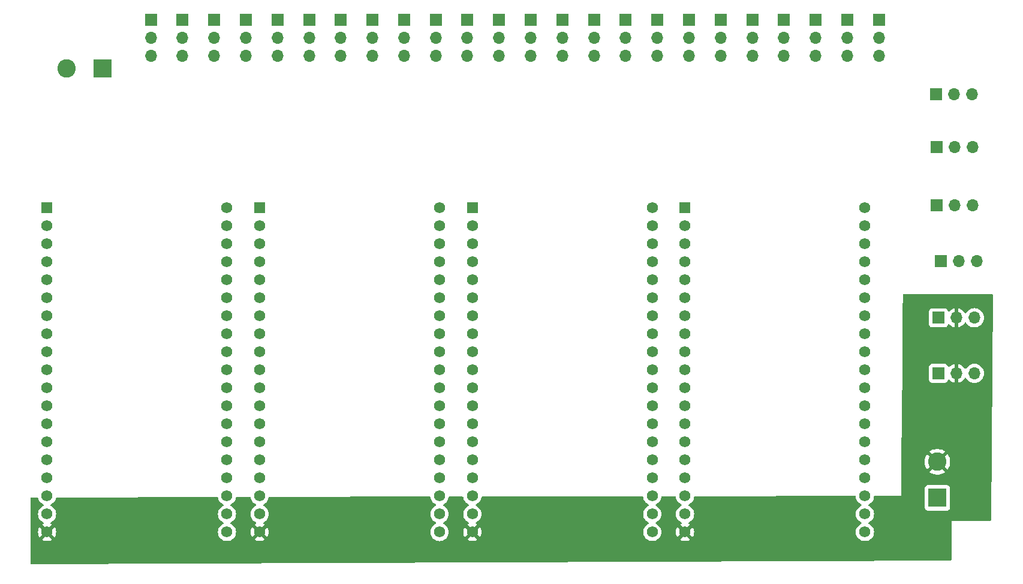
<source format=gbr>
%TF.GenerationSoftware,KiCad,Pcbnew,8.0.2-1*%
%TF.CreationDate,2025-01-01T20:34:54-05:00*%
%TF.ProjectId,C3P0_Controller,43335030-5f43-46f6-9e74-726f6c6c6572,rev?*%
%TF.SameCoordinates,Original*%
%TF.FileFunction,Copper,L1,Top*%
%TF.FilePolarity,Positive*%
%FSLAX46Y46*%
G04 Gerber Fmt 4.6, Leading zero omitted, Abs format (unit mm)*
G04 Created by KiCad (PCBNEW 8.0.2-1) date 2025-01-01 20:34:54*
%MOMM*%
%LPD*%
G01*
G04 APERTURE LIST*
%TA.AperFunction,ComponentPad*%
%ADD10O,1.700000X1.700000*%
%TD*%
%TA.AperFunction,ComponentPad*%
%ADD11R,1.700000X1.700000*%
%TD*%
%TA.AperFunction,ComponentPad*%
%ADD12C,2.600000*%
%TD*%
%TA.AperFunction,ComponentPad*%
%ADD13R,2.600000X2.600000*%
%TD*%
%TA.AperFunction,ComponentPad*%
%ADD14R,1.560000X1.560000*%
%TD*%
%TA.AperFunction,ComponentPad*%
%ADD15C,1.560000*%
%TD*%
G04 APERTURE END LIST*
D10*
%TO.P,J26,3,Pin_3*%
%TO.N,MISC_2*%
X214826000Y-106944000D03*
%TO.P,J26,2,Pin_2*%
%TO.N,5V*%
X212286000Y-106944000D03*
D11*
%TO.P,J26,1,Pin_1*%
%TO.N,GND*%
X209746000Y-106944000D03*
%TD*%
%TO.P,J25,1,Pin_1*%
%TO.N,GND*%
X209736000Y-99118000D03*
D10*
%TO.P,J25,2,Pin_2*%
%TO.N,5V*%
X212276000Y-99118000D03*
%TO.P,J25,3,Pin_3*%
%TO.N,MISC_1*%
X214816000Y-99118000D03*
%TD*%
D11*
%TO.P,J24,1,Pin_1*%
%TO.N,GND*%
X147708396Y-57099000D03*
D10*
%TO.P,J24,2,Pin_2*%
%TO.N,SVR_PWR*%
X147708396Y-59639000D03*
%TO.P,J24,3,Pin_3*%
%TO.N,SPR_2*%
X147708396Y-62179000D03*
%TD*%
%TO.P,J23,3,Pin_3*%
%TO.N,SPR_1*%
X143239215Y-62179000D03*
%TO.P,J23,2,Pin_2*%
%TO.N,SVR_PWR*%
X143239215Y-59639000D03*
D11*
%TO.P,J23,1,Pin_1*%
%TO.N,GND*%
X143239215Y-57099000D03*
%TD*%
D12*
%TO.P,J51,2,Pin_2*%
%TO.N,5V*%
X209591000Y-119425000D03*
D13*
%TO.P,J51,1,Pin_1*%
%TO.N,GND*%
X209591000Y-124505000D03*
%TD*%
%TO.P,J50,1,Pin_1*%
%TO.N,GND*%
X91711000Y-63901000D03*
D12*
%TO.P,J50,2,Pin_2*%
%TO.N,SVR_PWR*%
X86631000Y-63901000D03*
%TD*%
D11*
%TO.P,J33,1,Pin_1*%
%TO.N,GND*%
X209486000Y-83210000D03*
D10*
%TO.P,J33,2,Pin_2*%
%TO.N,T_RX*%
X212026000Y-83210000D03*
%TO.P,J33,3,Pin_3*%
%TO.N,T_TX*%
X214566000Y-83210000D03*
%TD*%
D11*
%TO.P,J32,1,Pin_1*%
%TO.N,GND*%
X209425834Y-67563500D03*
D10*
%TO.P,J32,2,Pin_2*%
%TO.N,RA_RX*%
X211965834Y-67563500D03*
%TO.P,J32,3,Pin_3*%
%TO.N,RA_TX*%
X214505834Y-67563500D03*
%TD*%
D11*
%TO.P,J31,1,Pin_1*%
%TO.N,GND*%
X210088668Y-91122000D03*
D10*
%TO.P,J31,2,Pin_2*%
%TO.N,LA_RX*%
X212628668Y-91122000D03*
%TO.P,J31,3,Pin_3*%
%TO.N,LA_TX*%
X215168668Y-91122000D03*
%TD*%
D11*
%TO.P,J30,1,Pin_1*%
%TO.N,GND*%
X209486000Y-75062000D03*
D10*
%TO.P,J30,2,Pin_2*%
%TO.N,H_RX*%
X212026000Y-75062000D03*
%TO.P,J30,3,Pin_3*%
%TO.N,H_TX*%
X214566000Y-75062000D03*
%TD*%
%TO.P,J2,3,Pin_3*%
%TO.N,SRV_2*%
X129831672Y-62179000D03*
%TO.P,J2,2,Pin_2*%
%TO.N,SVR_PWR*%
X129831672Y-59639000D03*
D11*
%TO.P,J2,1,Pin_1*%
%TO.N,GND*%
X129831672Y-57099000D03*
%TD*%
D10*
%TO.P,J1,3,Pin_3*%
%TO.N,SRV_1*%
X125362491Y-62179000D03*
%TO.P,J1,2,Pin_2*%
%TO.N,SVR_PWR*%
X125362491Y-59639000D03*
D11*
%TO.P,J1,1,Pin_1*%
%TO.N,GND*%
X125362491Y-57099000D03*
%TD*%
D10*
%TO.P,J22,3,Pin_3*%
%TO.N,SRV_22*%
X174523482Y-62179000D03*
%TO.P,J22,2,Pin_2*%
%TO.N,SVR_PWR*%
X174523482Y-59639000D03*
D11*
%TO.P,J22,1,Pin_1*%
%TO.N,GND*%
X174523482Y-57099000D03*
%TD*%
D10*
%TO.P,J21,3,Pin_3*%
%TO.N,SRV_21*%
X170054301Y-62179000D03*
%TO.P,J21,2,Pin_2*%
%TO.N,SVR_PWR*%
X170054301Y-59639000D03*
D11*
%TO.P,J21,1,Pin_1*%
%TO.N,GND*%
X170054301Y-57099000D03*
%TD*%
D10*
%TO.P,J20,3,Pin_3*%
%TO.N,SRV_20*%
X165585120Y-62179000D03*
%TO.P,J20,2,Pin_2*%
%TO.N,SVR_PWR*%
X165585120Y-59639000D03*
D11*
%TO.P,J20,1,Pin_1*%
%TO.N,GND*%
X165585120Y-57099000D03*
%TD*%
D10*
%TO.P,J19,3,Pin_3*%
%TO.N,SRV_19*%
X161115939Y-62179000D03*
%TO.P,J19,2,Pin_2*%
%TO.N,SVR_PWR*%
X161115939Y-59639000D03*
D11*
%TO.P,J19,1,Pin_1*%
%TO.N,GND*%
X161115939Y-57099000D03*
%TD*%
D10*
%TO.P,J18,3,Pin_3*%
%TO.N,SRV_18*%
X156646758Y-62179000D03*
%TO.P,J18,2,Pin_2*%
%TO.N,SVR_PWR*%
X156646758Y-59639000D03*
D11*
%TO.P,J18,1,Pin_1*%
%TO.N,GND*%
X156646758Y-57099000D03*
%TD*%
D10*
%TO.P,J17,3,Pin_3*%
%TO.N,SRV_17*%
X152177577Y-62179000D03*
%TO.P,J17,2,Pin_2*%
%TO.N,SVR_PWR*%
X152177577Y-59639000D03*
D11*
%TO.P,J17,1,Pin_1*%
%TO.N,GND*%
X152177577Y-57099000D03*
%TD*%
D10*
%TO.P,J16,3,Pin_3*%
%TO.N,SRV_16*%
X120893310Y-62179000D03*
%TO.P,J16,2,Pin_2*%
%TO.N,SVR_PWR*%
X120893310Y-59639000D03*
D11*
%TO.P,J16,1,Pin_1*%
%TO.N,GND*%
X120893310Y-57099000D03*
%TD*%
D10*
%TO.P,J15,3,Pin_3*%
%TO.N,SRV_15*%
X116424129Y-62179000D03*
%TO.P,J15,2,Pin_2*%
%TO.N,SVR_PWR*%
X116424129Y-59639000D03*
D11*
%TO.P,J15,1,Pin_1*%
%TO.N,GND*%
X116424129Y-57099000D03*
%TD*%
D10*
%TO.P,J14,3,Pin_3*%
%TO.N,SRV_14*%
X111954948Y-62179000D03*
%TO.P,J14,2,Pin_2*%
%TO.N,SVR_PWR*%
X111954948Y-59639000D03*
D11*
%TO.P,J14,1,Pin_1*%
%TO.N,GND*%
X111954948Y-57099000D03*
%TD*%
D10*
%TO.P,J13,3,Pin_3*%
%TO.N,SRV_13*%
X107485767Y-62179000D03*
%TO.P,J13,2,Pin_2*%
%TO.N,SVR_PWR*%
X107485767Y-59639000D03*
D11*
%TO.P,J13,1,Pin_1*%
%TO.N,GND*%
X107485767Y-57099000D03*
%TD*%
D10*
%TO.P,J12,3,Pin_3*%
%TO.N,SRV_12*%
X103016586Y-62179000D03*
%TO.P,J12,2,Pin_2*%
%TO.N,SVR_PWR*%
X103016586Y-59639000D03*
D11*
%TO.P,J12,1,Pin_1*%
%TO.N,GND*%
X103016586Y-57099000D03*
%TD*%
D10*
%TO.P,J11,3,Pin_3*%
%TO.N,SRV_11*%
X98547405Y-62179000D03*
%TO.P,J11,2,Pin_2*%
%TO.N,SVR_PWR*%
X98547405Y-59639000D03*
D11*
%TO.P,J11,1,Pin_1*%
%TO.N,GND*%
X98547405Y-57099000D03*
%TD*%
D10*
%TO.P,J10,3,Pin_3*%
%TO.N,SRV_10*%
X201338569Y-62179000D03*
%TO.P,J10,2,Pin_2*%
%TO.N,SVR_PWR*%
X201338569Y-59639000D03*
D11*
%TO.P,J10,1,Pin_1*%
%TO.N,GND*%
X201338569Y-57099000D03*
%TD*%
D10*
%TO.P,J9,3,Pin_3*%
%TO.N,SRV_9*%
X196869387Y-62179000D03*
%TO.P,J9,2,Pin_2*%
%TO.N,SVR_PWR*%
X196869387Y-59639000D03*
D11*
%TO.P,J9,1,Pin_1*%
%TO.N,GND*%
X196869387Y-57099000D03*
%TD*%
D10*
%TO.P,J8,3,Pin_3*%
%TO.N,SRV_8*%
X192400206Y-62179000D03*
%TO.P,J8,2,Pin_2*%
%TO.N,SVR_PWR*%
X192400206Y-59639000D03*
D11*
%TO.P,J8,1,Pin_1*%
%TO.N,GND*%
X192400206Y-57099000D03*
%TD*%
D10*
%TO.P,J7,3,Pin_3*%
%TO.N,SRV_7*%
X187931025Y-62179000D03*
%TO.P,J7,2,Pin_2*%
%TO.N,SVR_PWR*%
X187931025Y-59639000D03*
D11*
%TO.P,J7,1,Pin_1*%
%TO.N,GND*%
X187931025Y-57099000D03*
%TD*%
D10*
%TO.P,J6,3,Pin_3*%
%TO.N,SRV_6*%
X183461844Y-62179000D03*
%TO.P,J6,2,Pin_2*%
%TO.N,SVR_PWR*%
X183461844Y-59639000D03*
D11*
%TO.P,J6,1,Pin_1*%
%TO.N,GND*%
X183461844Y-57099000D03*
%TD*%
D10*
%TO.P,J5,3,Pin_3*%
%TO.N,SRV_5*%
X178992663Y-62179000D03*
%TO.P,J5,2,Pin_2*%
%TO.N,SVR_PWR*%
X178992663Y-59639000D03*
D11*
%TO.P,J5,1,Pin_1*%
%TO.N,GND*%
X178992663Y-57099000D03*
%TD*%
D10*
%TO.P,J4,3,Pin_3*%
%TO.N,SRV_4*%
X138770034Y-62179000D03*
%TO.P,J4,2,Pin_2*%
%TO.N,SVR_PWR*%
X138770034Y-59639000D03*
D11*
%TO.P,J4,1,Pin_1*%
%TO.N,GND*%
X138770034Y-57099000D03*
%TD*%
D14*
%TO.P,U4,J2-1,3V3*%
%TO.N,unconnected-(U4-3V3-PadJ2-1)*%
X173963000Y-83611000D03*
D15*
%TO.P,U4,J2-2,EN*%
%TO.N,unconnected-(U4-EN-PadJ2-2)*%
X173963000Y-86151000D03*
%TO.P,U4,J2-3,SENSOR_VP*%
%TO.N,unconnected-(U4-SENSOR_VP-PadJ2-3)*%
X173963000Y-88691000D03*
%TO.P,U4,J2-4,SENSOR_VN*%
%TO.N,unconnected-(U4-SENSOR_VN-PadJ2-4)*%
X173963000Y-91231000D03*
%TO.P,U4,J2-5,IO34*%
%TO.N,unconnected-(U4-IO34-PadJ2-5)*%
X173963000Y-93771000D03*
%TO.P,U4,J2-6,IO35*%
%TO.N,unconnected-(U4-IO35-PadJ2-6)*%
X173963000Y-96311000D03*
%TO.P,U4,J2-7,IO32*%
%TO.N,unconnected-(U4-IO32-PadJ2-7)*%
X173963000Y-98851000D03*
%TO.P,U4,J2-8,IO33*%
%TO.N,unconnected-(U4-IO33-PadJ2-8)*%
X173963000Y-101391000D03*
%TO.P,U4,J2-9,IO25*%
%TO.N,unconnected-(U4-IO25-PadJ2-9)*%
X173963000Y-103931000D03*
%TO.P,U4,J2-10,IO26*%
%TO.N,unconnected-(U4-IO26-PadJ2-10)*%
X173963000Y-106471000D03*
%TO.P,U4,J2-11,IO27*%
%TO.N,unconnected-(U4-IO27-PadJ2-11)*%
X173963000Y-109011000D03*
%TO.P,U4,J2-12,IO14*%
%TO.N,unconnected-(U4-IO14-PadJ2-12)*%
X173963000Y-111551000D03*
%TO.P,U4,J2-13,IO12*%
%TO.N,unconnected-(U4-IO12-PadJ2-13)*%
X173963000Y-114091000D03*
%TO.P,U4,J2-14,GND1*%
%TO.N,unconnected-(U4-GND1-PadJ2-14)*%
X173963000Y-116631000D03*
%TO.P,U4,J2-15,IO13*%
%TO.N,unconnected-(U4-IO13-PadJ2-15)*%
X173963000Y-119171000D03*
%TO.P,U4,J2-16,SD2*%
%TO.N,unconnected-(U4-SD2-PadJ2-16)*%
X173963000Y-121711000D03*
%TO.P,U4,J2-17,SD3*%
%TO.N,unconnected-(U4-SD3-PadJ2-17)*%
X173963000Y-124251000D03*
%TO.P,U4,J2-18,CMD*%
%TO.N,unconnected-(U4-CMD-PadJ2-18)*%
X173963000Y-126791000D03*
%TO.P,U4,J2-19,EXT_5V*%
%TO.N,5V*%
X173963000Y-129331000D03*
%TO.P,U4,J3-1,GND3*%
%TO.N,GND*%
X199363000Y-83611000D03*
%TO.P,U4,J3-2,IO23*%
%TO.N,unconnected-(U4-IO23-PadJ3-2)*%
X199363000Y-86151000D03*
%TO.P,U4,J3-3,IO22*%
%TO.N,SRV_10*%
X199363000Y-88691000D03*
%TO.P,U4,J3-4,TXD0*%
%TO.N,LA_TX*%
X199363000Y-91231000D03*
%TO.P,U4,J3-5,RXD0*%
%TO.N,LA_RX*%
X199363000Y-93771000D03*
%TO.P,U4,J3-6,IO21*%
%TO.N,SRV_9*%
X199363000Y-96311000D03*
%TO.P,U4,J3-7,GND2*%
%TO.N,unconnected-(U4-GND2-PadJ3-7)*%
X199363000Y-98851000D03*
%TO.P,U4,J3-8,IO19*%
%TO.N,SRV_8*%
X199363000Y-101391000D03*
%TO.P,U4,J3-9,IO18*%
%TO.N,SRV_7*%
X199363000Y-103931000D03*
%TO.P,U4,J3-10,IO5*%
%TO.N,unconnected-(U4-IO5-PadJ3-10)*%
X199363000Y-106471000D03*
%TO.P,U4,J3-11,IO17*%
%TO.N,SRV_6*%
X199363000Y-109011000D03*
%TO.P,U4,J3-12,IO16*%
%TO.N,SRV_5*%
X199363000Y-111551000D03*
%TO.P,U4,J3-13,IO4*%
%TO.N,unconnected-(U4-IO4-PadJ3-13)*%
X199363000Y-114091000D03*
%TO.P,U4,J3-14,IO0*%
%TO.N,unconnected-(U4-IO0-PadJ3-14)*%
X199363000Y-116631000D03*
%TO.P,U4,J3-15,IO2*%
%TO.N,unconnected-(U4-IO2-PadJ3-15)*%
X199363000Y-119171000D03*
%TO.P,U4,J3-16,IO15*%
%TO.N,unconnected-(U4-IO15-PadJ3-16)*%
X199363000Y-121711000D03*
%TO.P,U4,J3-17,SD1*%
%TO.N,unconnected-(U4-SD1-PadJ3-17)*%
X199363000Y-124251000D03*
%TO.P,U4,J3-18,SD0*%
%TO.N,unconnected-(U4-SD0-PadJ3-18)*%
X199363000Y-126791000D03*
%TO.P,U4,J3-19,CLK*%
%TO.N,unconnected-(U4-CLK-PadJ3-19)*%
X199363000Y-129331000D03*
%TD*%
D14*
%TO.P,U3,J2-1,3V3*%
%TO.N,unconnected-(U3-3V3-PadJ2-1)*%
X143938000Y-83611000D03*
D15*
%TO.P,U3,J2-2,EN*%
%TO.N,unconnected-(U3-EN-PadJ2-2)*%
X143938000Y-86151000D03*
%TO.P,U3,J2-3,SENSOR_VP*%
%TO.N,unconnected-(U3-SENSOR_VP-PadJ2-3)*%
X143938000Y-88691000D03*
%TO.P,U3,J2-4,SENSOR_VN*%
%TO.N,unconnected-(U3-SENSOR_VN-PadJ2-4)*%
X143938000Y-91231000D03*
%TO.P,U3,J2-5,IO34*%
%TO.N,unconnected-(U3-IO34-PadJ2-5)*%
X143938000Y-93771000D03*
%TO.P,U3,J2-6,IO35*%
%TO.N,unconnected-(U3-IO35-PadJ2-6)*%
X143938000Y-96311000D03*
%TO.P,U3,J2-7,IO32*%
%TO.N,unconnected-(U3-IO32-PadJ2-7)*%
X143938000Y-98851000D03*
%TO.P,U3,J2-8,IO33*%
%TO.N,unconnected-(U3-IO33-PadJ2-8)*%
X143938000Y-101391000D03*
%TO.P,U3,J2-9,IO25*%
%TO.N,unconnected-(U3-IO25-PadJ2-9)*%
X143938000Y-103931000D03*
%TO.P,U3,J2-10,IO26*%
%TO.N,unconnected-(U3-IO26-PadJ2-10)*%
X143938000Y-106471000D03*
%TO.P,U3,J2-11,IO27*%
%TO.N,unconnected-(U3-IO27-PadJ2-11)*%
X143938000Y-109011000D03*
%TO.P,U3,J2-12,IO14*%
%TO.N,unconnected-(U3-IO14-PadJ2-12)*%
X143938000Y-111551000D03*
%TO.P,U3,J2-13,IO12*%
%TO.N,unconnected-(U3-IO12-PadJ2-13)*%
X143938000Y-114091000D03*
%TO.P,U3,J2-14,GND1*%
%TO.N,unconnected-(U3-GND1-PadJ2-14)*%
X143938000Y-116631000D03*
%TO.P,U3,J2-15,IO13*%
%TO.N,unconnected-(U3-IO13-PadJ2-15)*%
X143938000Y-119171000D03*
%TO.P,U3,J2-16,SD2*%
%TO.N,unconnected-(U3-SD2-PadJ2-16)*%
X143938000Y-121711000D03*
%TO.P,U3,J2-17,SD3*%
%TO.N,unconnected-(U3-SD3-PadJ2-17)*%
X143938000Y-124251000D03*
%TO.P,U3,J2-18,CMD*%
%TO.N,unconnected-(U3-CMD-PadJ2-18)*%
X143938000Y-126791000D03*
%TO.P,U3,J2-19,EXT_5V*%
%TO.N,5V*%
X143938000Y-129331000D03*
%TO.P,U3,J3-1,GND3*%
%TO.N,GND*%
X169338000Y-83611000D03*
%TO.P,U3,J3-2,IO23*%
%TO.N,unconnected-(U3-IO23-PadJ3-2)*%
X169338000Y-86151000D03*
%TO.P,U3,J3-3,IO22*%
%TO.N,SRV_22*%
X169338000Y-88691000D03*
%TO.P,U3,J3-4,TXD0*%
%TO.N,T_TX*%
X169338000Y-91231000D03*
%TO.P,U3,J3-5,RXD0*%
%TO.N,T_RX*%
X169338000Y-93771000D03*
%TO.P,U3,J3-6,IO21*%
%TO.N,SRV_21*%
X169338000Y-96311000D03*
%TO.P,U3,J3-7,GND2*%
%TO.N,unconnected-(U3-GND2-PadJ3-7)*%
X169338000Y-98851000D03*
%TO.P,U3,J3-8,IO19*%
%TO.N,SRV_20*%
X169338000Y-101391000D03*
%TO.P,U3,J3-9,IO18*%
%TO.N,SRV_19*%
X169338000Y-103931000D03*
%TO.P,U3,J3-10,IO5*%
%TO.N,unconnected-(U3-IO5-PadJ3-10)*%
X169338000Y-106471000D03*
%TO.P,U3,J3-11,IO17*%
%TO.N,SRV_18*%
X169338000Y-109011000D03*
%TO.P,U3,J3-12,IO16*%
%TO.N,SRV_17*%
X169338000Y-111551000D03*
%TO.P,U3,J3-13,IO4*%
%TO.N,unconnected-(U3-IO4-PadJ3-13)*%
X169338000Y-114091000D03*
%TO.P,U3,J3-14,IO0*%
%TO.N,unconnected-(U3-IO0-PadJ3-14)*%
X169338000Y-116631000D03*
%TO.P,U3,J3-15,IO2*%
%TO.N,unconnected-(U3-IO2-PadJ3-15)*%
X169338000Y-119171000D03*
%TO.P,U3,J3-16,IO15*%
%TO.N,unconnected-(U3-IO15-PadJ3-16)*%
X169338000Y-121711000D03*
%TO.P,U3,J3-17,SD1*%
%TO.N,unconnected-(U3-SD1-PadJ3-17)*%
X169338000Y-124251000D03*
%TO.P,U3,J3-18,SD0*%
%TO.N,unconnected-(U3-SD0-PadJ3-18)*%
X169338000Y-126791000D03*
%TO.P,U3,J3-19,CLK*%
%TO.N,unconnected-(U3-CLK-PadJ3-19)*%
X169338000Y-129331000D03*
%TD*%
D14*
%TO.P,U2,J2-1,3V3*%
%TO.N,unconnected-(U2-3V3-PadJ2-1)*%
X113913000Y-83611000D03*
D15*
%TO.P,U2,J2-2,EN*%
%TO.N,unconnected-(U2-EN-PadJ2-2)*%
X113913000Y-86151000D03*
%TO.P,U2,J2-3,SENSOR_VP*%
%TO.N,unconnected-(U2-SENSOR_VP-PadJ2-3)*%
X113913000Y-88691000D03*
%TO.P,U2,J2-4,SENSOR_VN*%
%TO.N,unconnected-(U2-SENSOR_VN-PadJ2-4)*%
X113913000Y-91231000D03*
%TO.P,U2,J2-5,IO34*%
%TO.N,unconnected-(U2-IO34-PadJ2-5)*%
X113913000Y-93771000D03*
%TO.P,U2,J2-6,IO35*%
%TO.N,unconnected-(U2-IO35-PadJ2-6)*%
X113913000Y-96311000D03*
%TO.P,U2,J2-7,IO32*%
%TO.N,unconnected-(U2-IO32-PadJ2-7)*%
X113913000Y-98851000D03*
%TO.P,U2,J2-8,IO33*%
%TO.N,unconnected-(U2-IO33-PadJ2-8)*%
X113913000Y-101391000D03*
%TO.P,U2,J2-9,IO25*%
%TO.N,unconnected-(U2-IO25-PadJ2-9)*%
X113913000Y-103931000D03*
%TO.P,U2,J2-10,IO26*%
%TO.N,MISC_1*%
X113913000Y-106471000D03*
%TO.P,U2,J2-11,IO27*%
%TO.N,MISC_2*%
X113913000Y-109011000D03*
%TO.P,U2,J2-12,IO14*%
%TO.N,unconnected-(U2-IO14-PadJ2-12)*%
X113913000Y-111551000D03*
%TO.P,U2,J2-13,IO12*%
%TO.N,unconnected-(U2-IO12-PadJ2-13)*%
X113913000Y-114091000D03*
%TO.P,U2,J2-14,GND1*%
%TO.N,unconnected-(U2-GND1-PadJ2-14)*%
X113913000Y-116631000D03*
%TO.P,U2,J2-15,IO13*%
%TO.N,unconnected-(U2-IO13-PadJ2-15)*%
X113913000Y-119171000D03*
%TO.P,U2,J2-16,SD2*%
%TO.N,unconnected-(U2-SD2-PadJ2-16)*%
X113913000Y-121711000D03*
%TO.P,U2,J2-17,SD3*%
%TO.N,unconnected-(U2-SD3-PadJ2-17)*%
X113913000Y-124251000D03*
%TO.P,U2,J2-18,CMD*%
%TO.N,unconnected-(U2-CMD-PadJ2-18)*%
X113913000Y-126791000D03*
%TO.P,U2,J2-19,EXT_5V*%
%TO.N,5V*%
X113913000Y-129331000D03*
%TO.P,U2,J3-1,GND3*%
%TO.N,GND*%
X139313000Y-83611000D03*
%TO.P,U2,J3-2,IO23*%
%TO.N,unconnected-(U2-IO23-PadJ3-2)*%
X139313000Y-86151000D03*
%TO.P,U2,J3-3,IO22*%
%TO.N,SPR_2*%
X139313000Y-88691000D03*
%TO.P,U2,J3-4,TXD0*%
%TO.N,H_TX*%
X139313000Y-91231000D03*
%TO.P,U2,J3-5,RXD0*%
%TO.N,H_RX*%
X139313000Y-93771000D03*
%TO.P,U2,J3-6,IO21*%
%TO.N,SPR_1*%
X139313000Y-96311000D03*
%TO.P,U2,J3-7,GND2*%
%TO.N,unconnected-(U2-GND2-PadJ3-7)*%
X139313000Y-98851000D03*
%TO.P,U2,J3-8,IO19*%
%TO.N,SRV_4*%
X139313000Y-101391000D03*
%TO.P,U2,J3-9,IO18*%
%TO.N,SRV_3*%
X139313000Y-103931000D03*
%TO.P,U2,J3-10,IO5*%
%TO.N,unconnected-(U2-IO5-PadJ3-10)*%
X139313000Y-106471000D03*
%TO.P,U2,J3-11,IO17*%
%TO.N,SRV_2*%
X139313000Y-109011000D03*
%TO.P,U2,J3-12,IO16*%
%TO.N,SRV_1*%
X139313000Y-111551000D03*
%TO.P,U2,J3-13,IO4*%
%TO.N,unconnected-(U2-IO4-PadJ3-13)*%
X139313000Y-114091000D03*
%TO.P,U2,J3-14,IO0*%
%TO.N,unconnected-(U2-IO0-PadJ3-14)*%
X139313000Y-116631000D03*
%TO.P,U2,J3-15,IO2*%
%TO.N,unconnected-(U2-IO2-PadJ3-15)*%
X139313000Y-119171000D03*
%TO.P,U2,J3-16,IO15*%
%TO.N,unconnected-(U2-IO15-PadJ3-16)*%
X139313000Y-121711000D03*
%TO.P,U2,J3-17,SD1*%
%TO.N,unconnected-(U2-SD1-PadJ3-17)*%
X139313000Y-124251000D03*
%TO.P,U2,J3-18,SD0*%
%TO.N,unconnected-(U2-SD0-PadJ3-18)*%
X139313000Y-126791000D03*
%TO.P,U2,J3-19,CLK*%
%TO.N,unconnected-(U2-CLK-PadJ3-19)*%
X139313000Y-129331000D03*
%TD*%
D14*
%TO.P,U1,J2-1,3V3*%
%TO.N,unconnected-(U1-3V3-PadJ2-1)*%
X83888000Y-83611000D03*
D15*
%TO.P,U1,J2-2,EN*%
%TO.N,unconnected-(U1-EN-PadJ2-2)*%
X83888000Y-86151000D03*
%TO.P,U1,J2-3,SENSOR_VP*%
%TO.N,unconnected-(U1-SENSOR_VP-PadJ2-3)*%
X83888000Y-88691000D03*
%TO.P,U1,J2-4,SENSOR_VN*%
%TO.N,unconnected-(U1-SENSOR_VN-PadJ2-4)*%
X83888000Y-91231000D03*
%TO.P,U1,J2-5,IO34*%
%TO.N,unconnected-(U1-IO34-PadJ2-5)*%
X83888000Y-93771000D03*
%TO.P,U1,J2-6,IO35*%
%TO.N,unconnected-(U1-IO35-PadJ2-6)*%
X83888000Y-96311000D03*
%TO.P,U1,J2-7,IO32*%
%TO.N,unconnected-(U1-IO32-PadJ2-7)*%
X83888000Y-98851000D03*
%TO.P,U1,J2-8,IO33*%
%TO.N,unconnected-(U1-IO33-PadJ2-8)*%
X83888000Y-101391000D03*
%TO.P,U1,J2-9,IO25*%
%TO.N,unconnected-(U1-IO25-PadJ2-9)*%
X83888000Y-103931000D03*
%TO.P,U1,J2-10,IO26*%
%TO.N,unconnected-(U1-IO26-PadJ2-10)*%
X83888000Y-106471000D03*
%TO.P,U1,J2-11,IO27*%
%TO.N,unconnected-(U1-IO27-PadJ2-11)*%
X83888000Y-109011000D03*
%TO.P,U1,J2-12,IO14*%
%TO.N,unconnected-(U1-IO14-PadJ2-12)*%
X83888000Y-111551000D03*
%TO.P,U1,J2-13,IO12*%
%TO.N,unconnected-(U1-IO12-PadJ2-13)*%
X83888000Y-114091000D03*
%TO.P,U1,J2-14,GND1*%
%TO.N,unconnected-(U1-GND1-PadJ2-14)*%
X83888000Y-116631000D03*
%TO.P,U1,J2-15,IO13*%
%TO.N,unconnected-(U1-IO13-PadJ2-15)*%
X83888000Y-119171000D03*
%TO.P,U1,J2-16,SD2*%
%TO.N,unconnected-(U1-SD2-PadJ2-16)*%
X83888000Y-121711000D03*
%TO.P,U1,J2-17,SD3*%
%TO.N,unconnected-(U1-SD3-PadJ2-17)*%
X83888000Y-124251000D03*
%TO.P,U1,J2-18,CMD*%
%TO.N,unconnected-(U1-CMD-PadJ2-18)*%
X83888000Y-126791000D03*
%TO.P,U1,J2-19,EXT_5V*%
%TO.N,5V*%
X83888000Y-129331000D03*
%TO.P,U1,J3-1,GND3*%
%TO.N,GND*%
X109288000Y-83611000D03*
%TO.P,U1,J3-2,IO23*%
%TO.N,unconnected-(U1-IO23-PadJ3-2)*%
X109288000Y-86151000D03*
%TO.P,U1,J3-3,IO22*%
%TO.N,SRV_16*%
X109288000Y-88691000D03*
%TO.P,U1,J3-4,TXD0*%
%TO.N,RA_TX*%
X109288000Y-91231000D03*
%TO.P,U1,J3-5,RXD0*%
%TO.N,RA_RX*%
X109288000Y-93771000D03*
%TO.P,U1,J3-6,IO21*%
%TO.N,SRV_15*%
X109288000Y-96311000D03*
%TO.P,U1,J3-7,GND2*%
%TO.N,unconnected-(U1-GND2-PadJ3-7)*%
X109288000Y-98851000D03*
%TO.P,U1,J3-8,IO19*%
%TO.N,SRV_14*%
X109288000Y-101391000D03*
%TO.P,U1,J3-9,IO18*%
%TO.N,SRV_13*%
X109288000Y-103931000D03*
%TO.P,U1,J3-10,IO5*%
%TO.N,unconnected-(U1-IO5-PadJ3-10)*%
X109288000Y-106471000D03*
%TO.P,U1,J3-11,IO17*%
%TO.N,SRV_12*%
X109288000Y-109011000D03*
%TO.P,U1,J3-12,IO16*%
%TO.N,SRV_11*%
X109288000Y-111551000D03*
%TO.P,U1,J3-13,IO4*%
%TO.N,unconnected-(U1-IO4-PadJ3-13)*%
X109288000Y-114091000D03*
%TO.P,U1,J3-14,IO0*%
%TO.N,unconnected-(U1-IO0-PadJ3-14)*%
X109288000Y-116631000D03*
%TO.P,U1,J3-15,IO2*%
%TO.N,unconnected-(U1-IO2-PadJ3-15)*%
X109288000Y-119171000D03*
%TO.P,U1,J3-16,IO15*%
%TO.N,unconnected-(U1-IO15-PadJ3-16)*%
X109288000Y-121711000D03*
%TO.P,U1,J3-17,SD1*%
%TO.N,unconnected-(U1-SD1-PadJ3-17)*%
X109288000Y-124251000D03*
%TO.P,U1,J3-18,SD0*%
%TO.N,unconnected-(U1-SD0-PadJ3-18)*%
X109288000Y-126791000D03*
%TO.P,U1,J3-19,CLK*%
%TO.N,unconnected-(U1-CLK-PadJ3-19)*%
X109288000Y-129331000D03*
%TD*%
D10*
%TO.P,J3,3,Pin_3*%
%TO.N,SRV_3*%
X134300853Y-62179000D03*
%TO.P,J3,2,Pin_2*%
%TO.N,SVR_PWR*%
X134300853Y-59639000D03*
D11*
%TO.P,J3,1,Pin_1*%
%TO.N,GND*%
X134300853Y-57099000D03*
%TD*%
%TA.AperFunction,Conductor*%
%TO.N,5V*%
G36*
X217366051Y-95777685D02*
G01*
X217411806Y-95830489D01*
X217423008Y-95882984D01*
X217170976Y-127638984D01*
X217150760Y-127705865D01*
X217097595Y-127751200D01*
X217046980Y-127762000D01*
X211582000Y-127762000D01*
X211582000Y-133226483D01*
X211562315Y-133293522D01*
X211509511Y-133339277D01*
X211458484Y-133350482D01*
X81658484Y-133857513D01*
X81591369Y-133838091D01*
X81545408Y-133785466D01*
X81534000Y-133733514D01*
X81534000Y-124583744D01*
X81553685Y-124516705D01*
X81606489Y-124470950D01*
X81657742Y-124459744D01*
X82522381Y-124457957D01*
X82589458Y-124477503D01*
X82635322Y-124530213D01*
X82642409Y-124549863D01*
X82680126Y-124690624D01*
X82680127Y-124690626D01*
X82680128Y-124690630D01*
X82774819Y-124893696D01*
X82774821Y-124893700D01*
X82903329Y-125077228D01*
X82903334Y-125077234D01*
X83061765Y-125235665D01*
X83061771Y-125235670D01*
X83245299Y-125364178D01*
X83245301Y-125364179D01*
X83245304Y-125364181D01*
X83340600Y-125408618D01*
X83393039Y-125454790D01*
X83412191Y-125521984D01*
X83391975Y-125588865D01*
X83340600Y-125633382D01*
X83245306Y-125677818D01*
X83245304Y-125677819D01*
X83061764Y-125806334D01*
X82903334Y-125964764D01*
X82774819Y-126148304D01*
X82774818Y-126148306D01*
X82680129Y-126351368D01*
X82680126Y-126351374D01*
X82622137Y-126567791D01*
X82622136Y-126567799D01*
X82602609Y-126790998D01*
X82602609Y-126791001D01*
X82622136Y-127014200D01*
X82622137Y-127014208D01*
X82680126Y-127230625D01*
X82680127Y-127230627D01*
X82680128Y-127230630D01*
X82774819Y-127433696D01*
X82774821Y-127433700D01*
X82903329Y-127617228D01*
X82903334Y-127617234D01*
X83061765Y-127775665D01*
X83061771Y-127775670D01*
X83245299Y-127904178D01*
X83245301Y-127904179D01*
X83245304Y-127904181D01*
X83341190Y-127948893D01*
X83393630Y-127995065D01*
X83412782Y-128062258D01*
X83392567Y-128129139D01*
X83341192Y-128173657D01*
X83245554Y-128218254D01*
X83176887Y-128266334D01*
X83742260Y-128831707D01*
X83687288Y-128846437D01*
X83568713Y-128914896D01*
X83471896Y-129011713D01*
X83403437Y-129130288D01*
X83388707Y-129185260D01*
X82823334Y-128619887D01*
X82775253Y-128688556D01*
X82680600Y-128891540D01*
X82680596Y-128891549D01*
X82622632Y-129107875D01*
X82622630Y-129107886D01*
X82603111Y-129330997D01*
X82603111Y-129331002D01*
X82622630Y-129554113D01*
X82622632Y-129554124D01*
X82680596Y-129770450D01*
X82680600Y-129770459D01*
X82775252Y-129973443D01*
X82775253Y-129973445D01*
X82823334Y-130042112D01*
X83388707Y-129476739D01*
X83403437Y-129531712D01*
X83471896Y-129650287D01*
X83568713Y-129747104D01*
X83687288Y-129815563D01*
X83742259Y-129830292D01*
X83176886Y-130395664D01*
X83245555Y-130443746D01*
X83448540Y-130538399D01*
X83448549Y-130538403D01*
X83664875Y-130596367D01*
X83664886Y-130596369D01*
X83887998Y-130615889D01*
X83888002Y-130615889D01*
X84111113Y-130596369D01*
X84111124Y-130596367D01*
X84327450Y-130538403D01*
X84327459Y-130538399D01*
X84530445Y-130443746D01*
X84530451Y-130443742D01*
X84599112Y-130395665D01*
X84033739Y-129830292D01*
X84088712Y-129815563D01*
X84207287Y-129747104D01*
X84304104Y-129650287D01*
X84372563Y-129531712D01*
X84387292Y-129476739D01*
X84952665Y-130042112D01*
X85000742Y-129973451D01*
X85000746Y-129973445D01*
X85095399Y-129770459D01*
X85095403Y-129770450D01*
X85153367Y-129554124D01*
X85153369Y-129554113D01*
X85172889Y-129331002D01*
X85172889Y-129330997D01*
X85153369Y-129107886D01*
X85153367Y-129107875D01*
X85095403Y-128891549D01*
X85095399Y-128891540D01*
X85000747Y-128688557D01*
X85000746Y-128688555D01*
X84952664Y-128619887D01*
X84952664Y-128619886D01*
X84387292Y-129185259D01*
X84372563Y-129130288D01*
X84304104Y-129011713D01*
X84207287Y-128914896D01*
X84088712Y-128846437D01*
X84033740Y-128831707D01*
X84599112Y-128266334D01*
X84599112Y-128266333D01*
X84530445Y-128218253D01*
X84530443Y-128218252D01*
X84434808Y-128173657D01*
X84382369Y-128127485D01*
X84363217Y-128060291D01*
X84383433Y-127993410D01*
X84434804Y-127948895D01*
X84530696Y-127904181D01*
X84714233Y-127775667D01*
X84872667Y-127617233D01*
X85001181Y-127433696D01*
X85095872Y-127230630D01*
X85153863Y-127014206D01*
X85173391Y-126791000D01*
X85153863Y-126567794D01*
X85095872Y-126351370D01*
X85001181Y-126148305D01*
X84872667Y-125964767D01*
X84714233Y-125806333D01*
X84714229Y-125806330D01*
X84714228Y-125806329D01*
X84530700Y-125677821D01*
X84530692Y-125677817D01*
X84435400Y-125633382D01*
X84382960Y-125587210D01*
X84363808Y-125520017D01*
X84384023Y-125453135D01*
X84435400Y-125408618D01*
X84530696Y-125364181D01*
X84714233Y-125235667D01*
X84872667Y-125077233D01*
X85001181Y-124893696D01*
X85095872Y-124690630D01*
X85135103Y-124544216D01*
X85171467Y-124484559D01*
X85234313Y-124454029D01*
X85254611Y-124452312D01*
X107908329Y-124405507D01*
X107975404Y-124425052D01*
X108021268Y-124477762D01*
X108028355Y-124497412D01*
X108080126Y-124690625D01*
X108080127Y-124690627D01*
X108080128Y-124690630D01*
X108174819Y-124893696D01*
X108174821Y-124893700D01*
X108303329Y-125077228D01*
X108303334Y-125077234D01*
X108461765Y-125235665D01*
X108461771Y-125235670D01*
X108645299Y-125364178D01*
X108645301Y-125364179D01*
X108645304Y-125364181D01*
X108740600Y-125408618D01*
X108793039Y-125454790D01*
X108812191Y-125521984D01*
X108791975Y-125588865D01*
X108740600Y-125633382D01*
X108645306Y-125677818D01*
X108645304Y-125677819D01*
X108461764Y-125806334D01*
X108303334Y-125964764D01*
X108174819Y-126148304D01*
X108174818Y-126148306D01*
X108080129Y-126351368D01*
X108080126Y-126351374D01*
X108022137Y-126567791D01*
X108022136Y-126567799D01*
X108002609Y-126790998D01*
X108002609Y-126791001D01*
X108022136Y-127014200D01*
X108022137Y-127014208D01*
X108080126Y-127230625D01*
X108080127Y-127230627D01*
X108080128Y-127230630D01*
X108174819Y-127433696D01*
X108174821Y-127433700D01*
X108303329Y-127617228D01*
X108303334Y-127617234D01*
X108461765Y-127775665D01*
X108461771Y-127775670D01*
X108645299Y-127904178D01*
X108645301Y-127904179D01*
X108645304Y-127904181D01*
X108740600Y-127948618D01*
X108793039Y-127994790D01*
X108812191Y-128061984D01*
X108791975Y-128128865D01*
X108740600Y-128173382D01*
X108645306Y-128217818D01*
X108645304Y-128217819D01*
X108461764Y-128346334D01*
X108303334Y-128504764D01*
X108174819Y-128688304D01*
X108174818Y-128688306D01*
X108080129Y-128891368D01*
X108080126Y-128891374D01*
X108022137Y-129107791D01*
X108022136Y-129107799D01*
X108002609Y-129330998D01*
X108002609Y-129331001D01*
X108022136Y-129554200D01*
X108022137Y-129554208D01*
X108080126Y-129770625D01*
X108080127Y-129770627D01*
X108080128Y-129770630D01*
X108101081Y-129815563D01*
X108174819Y-129973696D01*
X108174821Y-129973700D01*
X108303329Y-130157228D01*
X108303334Y-130157234D01*
X108461765Y-130315665D01*
X108461771Y-130315670D01*
X108645299Y-130444178D01*
X108645301Y-130444179D01*
X108645304Y-130444181D01*
X108848370Y-130538872D01*
X109064794Y-130596863D01*
X109224226Y-130610811D01*
X109287998Y-130616391D01*
X109288000Y-130616391D01*
X109288002Y-130616391D01*
X109343801Y-130611509D01*
X109511206Y-130596863D01*
X109727630Y-130538872D01*
X109930696Y-130444181D01*
X110114233Y-130315667D01*
X110272667Y-130157233D01*
X110401181Y-129973696D01*
X110495872Y-129770630D01*
X110553863Y-129554206D01*
X110573391Y-129331000D01*
X110553863Y-129107794D01*
X110495872Y-128891370D01*
X110401181Y-128688305D01*
X110272667Y-128504767D01*
X110114233Y-128346333D01*
X110114229Y-128346330D01*
X110114228Y-128346329D01*
X109930700Y-128217821D01*
X109930692Y-128217817D01*
X109835400Y-128173382D01*
X109782960Y-128127210D01*
X109763808Y-128060017D01*
X109784023Y-127993135D01*
X109835400Y-127948618D01*
X109930696Y-127904181D01*
X110114233Y-127775667D01*
X110272667Y-127617233D01*
X110401181Y-127433696D01*
X110495872Y-127230630D01*
X110553863Y-127014206D01*
X110573391Y-126791000D01*
X110553863Y-126567794D01*
X110495872Y-126351370D01*
X110401181Y-126148305D01*
X110272667Y-125964767D01*
X110114233Y-125806333D01*
X110114229Y-125806330D01*
X110114228Y-125806329D01*
X109930700Y-125677821D01*
X109930692Y-125677817D01*
X109835400Y-125633382D01*
X109782960Y-125587210D01*
X109763808Y-125520017D01*
X109784023Y-125453135D01*
X109835400Y-125408618D01*
X109930696Y-125364181D01*
X110114233Y-125235667D01*
X110272667Y-125077233D01*
X110401181Y-124893696D01*
X110495872Y-124690630D01*
X110549172Y-124491709D01*
X110585537Y-124432050D01*
X110648384Y-124401521D01*
X110668686Y-124399804D01*
X112530768Y-124395957D01*
X112597845Y-124415502D01*
X112643709Y-124468212D01*
X112650796Y-124487862D01*
X112705126Y-124690624D01*
X112705127Y-124690626D01*
X112705128Y-124690630D01*
X112799819Y-124893696D01*
X112799821Y-124893700D01*
X112928329Y-125077228D01*
X112928334Y-125077234D01*
X113086765Y-125235665D01*
X113086771Y-125235670D01*
X113270299Y-125364178D01*
X113270301Y-125364179D01*
X113270304Y-125364181D01*
X113365600Y-125408618D01*
X113418039Y-125454790D01*
X113437191Y-125521984D01*
X113416975Y-125588865D01*
X113365600Y-125633382D01*
X113270306Y-125677818D01*
X113270304Y-125677819D01*
X113086764Y-125806334D01*
X112928334Y-125964764D01*
X112799819Y-126148304D01*
X112799818Y-126148306D01*
X112705129Y-126351368D01*
X112705126Y-126351374D01*
X112647137Y-126567791D01*
X112647136Y-126567799D01*
X112627609Y-126790998D01*
X112627609Y-126791001D01*
X112647136Y-127014200D01*
X112647137Y-127014208D01*
X112705126Y-127230625D01*
X112705127Y-127230627D01*
X112705128Y-127230630D01*
X112799819Y-127433696D01*
X112799821Y-127433700D01*
X112928329Y-127617228D01*
X112928334Y-127617234D01*
X113086765Y-127775665D01*
X113086771Y-127775670D01*
X113270299Y-127904178D01*
X113270301Y-127904179D01*
X113270304Y-127904181D01*
X113366190Y-127948893D01*
X113418630Y-127995065D01*
X113437782Y-128062258D01*
X113417567Y-128129139D01*
X113366192Y-128173657D01*
X113270554Y-128218254D01*
X113201887Y-128266334D01*
X113767260Y-128831707D01*
X113712288Y-128846437D01*
X113593713Y-128914896D01*
X113496896Y-129011713D01*
X113428437Y-129130288D01*
X113413707Y-129185260D01*
X112848334Y-128619887D01*
X112800253Y-128688556D01*
X112705600Y-128891540D01*
X112705596Y-128891549D01*
X112647632Y-129107875D01*
X112647630Y-129107886D01*
X112628111Y-129330997D01*
X112628111Y-129331002D01*
X112647630Y-129554113D01*
X112647632Y-129554124D01*
X112705596Y-129770450D01*
X112705600Y-129770459D01*
X112800252Y-129973443D01*
X112800253Y-129973445D01*
X112848334Y-130042112D01*
X113413707Y-129476739D01*
X113428437Y-129531712D01*
X113496896Y-129650287D01*
X113593713Y-129747104D01*
X113712288Y-129815563D01*
X113767259Y-129830292D01*
X113201886Y-130395664D01*
X113270555Y-130443746D01*
X113473540Y-130538399D01*
X113473549Y-130538403D01*
X113689875Y-130596367D01*
X113689886Y-130596369D01*
X113912998Y-130615889D01*
X113913002Y-130615889D01*
X114136113Y-130596369D01*
X114136124Y-130596367D01*
X114352450Y-130538403D01*
X114352459Y-130538399D01*
X114555445Y-130443746D01*
X114555451Y-130443742D01*
X114624112Y-130395665D01*
X114058739Y-129830292D01*
X114113712Y-129815563D01*
X114232287Y-129747104D01*
X114329104Y-129650287D01*
X114397563Y-129531712D01*
X114412292Y-129476739D01*
X114977665Y-130042112D01*
X115025742Y-129973451D01*
X115025746Y-129973445D01*
X115120399Y-129770459D01*
X115120403Y-129770450D01*
X115178367Y-129554124D01*
X115178369Y-129554113D01*
X115197889Y-129331002D01*
X115197889Y-129330997D01*
X115178369Y-129107886D01*
X115178367Y-129107875D01*
X115120403Y-128891549D01*
X115120399Y-128891540D01*
X115025747Y-128688557D01*
X115025746Y-128688555D01*
X114977664Y-128619887D01*
X114977664Y-128619886D01*
X114412292Y-129185259D01*
X114397563Y-129130288D01*
X114329104Y-129011713D01*
X114232287Y-128914896D01*
X114113712Y-128846437D01*
X114058740Y-128831707D01*
X114624112Y-128266334D01*
X114624112Y-128266333D01*
X114555445Y-128218253D01*
X114555443Y-128218252D01*
X114459808Y-128173657D01*
X114407369Y-128127485D01*
X114388217Y-128060291D01*
X114408433Y-127993410D01*
X114459804Y-127948895D01*
X114555696Y-127904181D01*
X114739233Y-127775667D01*
X114897667Y-127617233D01*
X115026181Y-127433696D01*
X115120872Y-127230630D01*
X115178863Y-127014206D01*
X115198391Y-126791000D01*
X115178863Y-126567794D01*
X115120872Y-126351370D01*
X115026181Y-126148305D01*
X114897667Y-125964767D01*
X114739233Y-125806333D01*
X114739229Y-125806330D01*
X114739228Y-125806329D01*
X114555700Y-125677821D01*
X114555692Y-125677817D01*
X114460400Y-125633382D01*
X114407960Y-125587210D01*
X114388808Y-125520017D01*
X114409023Y-125453135D01*
X114460400Y-125408618D01*
X114555696Y-125364181D01*
X114739233Y-125235667D01*
X114897667Y-125077233D01*
X115026181Y-124893696D01*
X115120872Y-124690630D01*
X115176735Y-124482147D01*
X115213099Y-124422488D01*
X115275946Y-124391959D01*
X115296237Y-124390243D01*
X137921824Y-124343496D01*
X137988900Y-124363041D01*
X138034764Y-124415751D01*
X138045604Y-124456685D01*
X138047136Y-124474202D01*
X138047137Y-124474208D01*
X138105126Y-124690625D01*
X138105127Y-124690627D01*
X138105128Y-124690630D01*
X138199819Y-124893696D01*
X138199821Y-124893700D01*
X138328329Y-125077228D01*
X138328334Y-125077234D01*
X138486765Y-125235665D01*
X138486771Y-125235670D01*
X138670299Y-125364178D01*
X138670301Y-125364179D01*
X138670304Y-125364181D01*
X138765600Y-125408618D01*
X138818039Y-125454790D01*
X138837191Y-125521984D01*
X138816975Y-125588865D01*
X138765600Y-125633382D01*
X138670306Y-125677818D01*
X138670304Y-125677819D01*
X138486764Y-125806334D01*
X138328334Y-125964764D01*
X138199819Y-126148304D01*
X138199818Y-126148306D01*
X138105129Y-126351368D01*
X138105126Y-126351374D01*
X138047137Y-126567791D01*
X138047136Y-126567799D01*
X138027609Y-126790998D01*
X138027609Y-126791001D01*
X138047136Y-127014200D01*
X138047137Y-127014208D01*
X138105126Y-127230625D01*
X138105127Y-127230627D01*
X138105128Y-127230630D01*
X138199819Y-127433696D01*
X138199821Y-127433700D01*
X138328329Y-127617228D01*
X138328334Y-127617234D01*
X138486765Y-127775665D01*
X138486771Y-127775670D01*
X138670299Y-127904178D01*
X138670301Y-127904179D01*
X138670304Y-127904181D01*
X138765600Y-127948618D01*
X138818039Y-127994790D01*
X138837191Y-128061984D01*
X138816975Y-128128865D01*
X138765600Y-128173382D01*
X138670306Y-128217818D01*
X138670304Y-128217819D01*
X138486764Y-128346334D01*
X138328334Y-128504764D01*
X138199819Y-128688304D01*
X138199818Y-128688306D01*
X138105129Y-128891368D01*
X138105126Y-128891374D01*
X138047137Y-129107791D01*
X138047136Y-129107799D01*
X138027609Y-129330998D01*
X138027609Y-129331001D01*
X138047136Y-129554200D01*
X138047137Y-129554208D01*
X138105126Y-129770625D01*
X138105127Y-129770627D01*
X138105128Y-129770630D01*
X138126081Y-129815563D01*
X138199819Y-129973696D01*
X138199821Y-129973700D01*
X138328329Y-130157228D01*
X138328334Y-130157234D01*
X138486765Y-130315665D01*
X138486771Y-130315670D01*
X138670299Y-130444178D01*
X138670301Y-130444179D01*
X138670304Y-130444181D01*
X138873370Y-130538872D01*
X139089794Y-130596863D01*
X139249226Y-130610811D01*
X139312998Y-130616391D01*
X139313000Y-130616391D01*
X139313002Y-130616391D01*
X139368801Y-130611509D01*
X139536206Y-130596863D01*
X139752630Y-130538872D01*
X139955696Y-130444181D01*
X140139233Y-130315667D01*
X140297667Y-130157233D01*
X140426181Y-129973696D01*
X140520872Y-129770630D01*
X140578863Y-129554206D01*
X140598391Y-129331000D01*
X140578863Y-129107794D01*
X140520872Y-128891370D01*
X140426181Y-128688305D01*
X140297667Y-128504767D01*
X140139233Y-128346333D01*
X140139229Y-128346330D01*
X140139228Y-128346329D01*
X139955700Y-128217821D01*
X139955692Y-128217817D01*
X139860400Y-128173382D01*
X139807960Y-128127210D01*
X139788808Y-128060017D01*
X139809023Y-127993135D01*
X139860400Y-127948618D01*
X139955696Y-127904181D01*
X140139233Y-127775667D01*
X140297667Y-127617233D01*
X140426181Y-127433696D01*
X140520872Y-127230630D01*
X140578863Y-127014206D01*
X140598391Y-126791000D01*
X140578863Y-126567794D01*
X140520872Y-126351370D01*
X140426181Y-126148305D01*
X140297667Y-125964767D01*
X140139233Y-125806333D01*
X140139229Y-125806330D01*
X140139228Y-125806329D01*
X139955700Y-125677821D01*
X139955692Y-125677817D01*
X139860400Y-125633382D01*
X139807960Y-125587210D01*
X139788808Y-125520017D01*
X139809023Y-125453135D01*
X139860400Y-125408618D01*
X139955696Y-125364181D01*
X140139233Y-125235667D01*
X140297667Y-125077233D01*
X140426181Y-124893696D01*
X140520872Y-124690630D01*
X140578863Y-124474206D01*
X140580898Y-124450939D01*
X140606349Y-124385872D01*
X140662939Y-124344892D01*
X140704160Y-124337747D01*
X142545988Y-124333942D01*
X142613064Y-124353487D01*
X142658928Y-124406197D01*
X142669768Y-124447131D01*
X142672136Y-124474202D01*
X142672137Y-124474208D01*
X142730126Y-124690625D01*
X142730127Y-124690627D01*
X142730128Y-124690630D01*
X142824819Y-124893696D01*
X142824821Y-124893700D01*
X142953329Y-125077228D01*
X142953334Y-125077234D01*
X143111765Y-125235665D01*
X143111771Y-125235670D01*
X143295299Y-125364178D01*
X143295301Y-125364179D01*
X143295304Y-125364181D01*
X143390600Y-125408618D01*
X143443039Y-125454790D01*
X143462191Y-125521984D01*
X143441975Y-125588865D01*
X143390600Y-125633382D01*
X143295306Y-125677818D01*
X143295304Y-125677819D01*
X143111764Y-125806334D01*
X142953334Y-125964764D01*
X142824819Y-126148304D01*
X142824818Y-126148306D01*
X142730129Y-126351368D01*
X142730126Y-126351374D01*
X142672137Y-126567791D01*
X142672136Y-126567799D01*
X142652609Y-126790998D01*
X142652609Y-126791001D01*
X142672136Y-127014200D01*
X142672137Y-127014208D01*
X142730126Y-127230625D01*
X142730127Y-127230627D01*
X142730128Y-127230630D01*
X142824819Y-127433696D01*
X142824821Y-127433700D01*
X142953329Y-127617228D01*
X142953334Y-127617234D01*
X143111765Y-127775665D01*
X143111771Y-127775670D01*
X143295299Y-127904178D01*
X143295301Y-127904179D01*
X143295304Y-127904181D01*
X143391190Y-127948893D01*
X143443630Y-127995065D01*
X143462782Y-128062258D01*
X143442567Y-128129139D01*
X143391192Y-128173657D01*
X143295554Y-128218254D01*
X143226887Y-128266334D01*
X143792260Y-128831707D01*
X143737288Y-128846437D01*
X143618713Y-128914896D01*
X143521896Y-129011713D01*
X143453437Y-129130288D01*
X143438707Y-129185260D01*
X142873334Y-128619887D01*
X142825253Y-128688556D01*
X142730600Y-128891540D01*
X142730596Y-128891549D01*
X142672632Y-129107875D01*
X142672630Y-129107886D01*
X142653111Y-129330997D01*
X142653111Y-129331002D01*
X142672630Y-129554113D01*
X142672632Y-129554124D01*
X142730596Y-129770450D01*
X142730600Y-129770459D01*
X142825252Y-129973443D01*
X142825253Y-129973445D01*
X142873334Y-130042112D01*
X143438707Y-129476739D01*
X143453437Y-129531712D01*
X143521896Y-129650287D01*
X143618713Y-129747104D01*
X143737288Y-129815563D01*
X143792259Y-129830292D01*
X143226886Y-130395664D01*
X143295555Y-130443746D01*
X143498540Y-130538399D01*
X143498549Y-130538403D01*
X143714875Y-130596367D01*
X143714886Y-130596369D01*
X143937998Y-130615889D01*
X143938002Y-130615889D01*
X144161113Y-130596369D01*
X144161124Y-130596367D01*
X144377450Y-130538403D01*
X144377459Y-130538399D01*
X144580445Y-130443746D01*
X144580451Y-130443742D01*
X144649112Y-130395665D01*
X144083739Y-129830292D01*
X144138712Y-129815563D01*
X144257287Y-129747104D01*
X144354104Y-129650287D01*
X144422563Y-129531712D01*
X144437292Y-129476739D01*
X145002665Y-130042112D01*
X145050742Y-129973451D01*
X145050746Y-129973445D01*
X145145399Y-129770459D01*
X145145403Y-129770450D01*
X145203367Y-129554124D01*
X145203369Y-129554113D01*
X145222889Y-129331002D01*
X145222889Y-129330997D01*
X145203369Y-129107886D01*
X145203367Y-129107875D01*
X145145403Y-128891549D01*
X145145399Y-128891540D01*
X145050747Y-128688557D01*
X145050746Y-128688555D01*
X145002664Y-128619887D01*
X145002664Y-128619886D01*
X144437292Y-129185259D01*
X144422563Y-129130288D01*
X144354104Y-129011713D01*
X144257287Y-128914896D01*
X144138712Y-128846437D01*
X144083740Y-128831707D01*
X144649112Y-128266334D01*
X144649112Y-128266333D01*
X144580445Y-128218253D01*
X144580443Y-128218252D01*
X144484808Y-128173657D01*
X144432369Y-128127485D01*
X144413217Y-128060291D01*
X144433433Y-127993410D01*
X144484804Y-127948895D01*
X144580696Y-127904181D01*
X144764233Y-127775667D01*
X144922667Y-127617233D01*
X145051181Y-127433696D01*
X145145872Y-127230630D01*
X145203863Y-127014206D01*
X145223391Y-126791000D01*
X145203863Y-126567794D01*
X145145872Y-126351370D01*
X145051181Y-126148305D01*
X144922667Y-125964767D01*
X144764233Y-125806333D01*
X144764229Y-125806330D01*
X144764228Y-125806329D01*
X144580700Y-125677821D01*
X144580692Y-125677817D01*
X144485400Y-125633382D01*
X144432960Y-125587210D01*
X144413808Y-125520017D01*
X144434023Y-125453135D01*
X144485400Y-125408618D01*
X144580696Y-125364181D01*
X144764233Y-125235667D01*
X144922667Y-125077233D01*
X145051181Y-124893696D01*
X145145872Y-124690630D01*
X145203863Y-124474206D01*
X145206734Y-124441382D01*
X145232185Y-124376315D01*
X145288775Y-124335335D01*
X145329999Y-124328190D01*
X167941394Y-124281472D01*
X168008473Y-124301018D01*
X168054337Y-124353728D01*
X168065177Y-124394663D01*
X168072136Y-124474201D01*
X168072137Y-124474208D01*
X168130126Y-124690625D01*
X168130127Y-124690627D01*
X168130128Y-124690630D01*
X168224819Y-124893696D01*
X168224821Y-124893700D01*
X168353329Y-125077228D01*
X168353334Y-125077234D01*
X168511765Y-125235665D01*
X168511771Y-125235670D01*
X168695299Y-125364178D01*
X168695301Y-125364179D01*
X168695304Y-125364181D01*
X168790600Y-125408618D01*
X168843039Y-125454790D01*
X168862191Y-125521984D01*
X168841975Y-125588865D01*
X168790600Y-125633382D01*
X168695306Y-125677818D01*
X168695304Y-125677819D01*
X168511764Y-125806334D01*
X168353334Y-125964764D01*
X168224819Y-126148304D01*
X168224818Y-126148306D01*
X168130129Y-126351368D01*
X168130126Y-126351374D01*
X168072137Y-126567791D01*
X168072136Y-126567799D01*
X168052609Y-126790998D01*
X168052609Y-126791001D01*
X168072136Y-127014200D01*
X168072137Y-127014208D01*
X168130126Y-127230625D01*
X168130127Y-127230627D01*
X168130128Y-127230630D01*
X168224819Y-127433696D01*
X168224821Y-127433700D01*
X168353329Y-127617228D01*
X168353334Y-127617234D01*
X168511765Y-127775665D01*
X168511771Y-127775670D01*
X168695299Y-127904178D01*
X168695301Y-127904179D01*
X168695304Y-127904181D01*
X168790600Y-127948618D01*
X168843039Y-127994790D01*
X168862191Y-128061984D01*
X168841975Y-128128865D01*
X168790600Y-128173382D01*
X168695306Y-128217818D01*
X168695304Y-128217819D01*
X168511764Y-128346334D01*
X168353334Y-128504764D01*
X168224819Y-128688304D01*
X168224818Y-128688306D01*
X168130129Y-128891368D01*
X168130126Y-128891374D01*
X168072137Y-129107791D01*
X168072136Y-129107799D01*
X168052609Y-129330998D01*
X168052609Y-129331001D01*
X168072136Y-129554200D01*
X168072137Y-129554208D01*
X168130126Y-129770625D01*
X168130127Y-129770627D01*
X168130128Y-129770630D01*
X168151081Y-129815563D01*
X168224819Y-129973696D01*
X168224821Y-129973700D01*
X168353329Y-130157228D01*
X168353334Y-130157234D01*
X168511765Y-130315665D01*
X168511771Y-130315670D01*
X168695299Y-130444178D01*
X168695301Y-130444179D01*
X168695304Y-130444181D01*
X168898370Y-130538872D01*
X169114794Y-130596863D01*
X169274226Y-130610811D01*
X169337998Y-130616391D01*
X169338000Y-130616391D01*
X169338002Y-130616391D01*
X169393801Y-130611509D01*
X169561206Y-130596863D01*
X169777630Y-130538872D01*
X169980696Y-130444181D01*
X170164233Y-130315667D01*
X170322667Y-130157233D01*
X170451181Y-129973696D01*
X170545872Y-129770630D01*
X170603863Y-129554206D01*
X170623391Y-129331000D01*
X170603863Y-129107794D01*
X170545872Y-128891370D01*
X170451181Y-128688305D01*
X170322667Y-128504767D01*
X170164233Y-128346333D01*
X170164229Y-128346330D01*
X170164228Y-128346329D01*
X169980700Y-128217821D01*
X169980692Y-128217817D01*
X169885400Y-128173382D01*
X169832960Y-128127210D01*
X169813808Y-128060017D01*
X169834023Y-127993135D01*
X169885400Y-127948618D01*
X169980696Y-127904181D01*
X170164233Y-127775667D01*
X170322667Y-127617233D01*
X170451181Y-127433696D01*
X170545872Y-127230630D01*
X170603863Y-127014206D01*
X170623391Y-126791000D01*
X170603863Y-126567794D01*
X170545872Y-126351370D01*
X170451181Y-126148305D01*
X170322667Y-125964767D01*
X170164233Y-125806333D01*
X170164229Y-125806330D01*
X170164228Y-125806329D01*
X169980700Y-125677821D01*
X169980692Y-125677817D01*
X169885400Y-125633382D01*
X169832960Y-125587210D01*
X169813808Y-125520017D01*
X169834023Y-125453135D01*
X169885400Y-125408618D01*
X169980696Y-125364181D01*
X170164233Y-125235667D01*
X170322667Y-125077233D01*
X170451181Y-124893696D01*
X170545872Y-124690630D01*
X170603863Y-124474206D01*
X170611327Y-124388891D01*
X170636778Y-124323825D01*
X170693368Y-124282846D01*
X170734590Y-124275701D01*
X172565557Y-124271918D01*
X172632637Y-124291464D01*
X172678501Y-124344174D01*
X172689341Y-124385109D01*
X172697136Y-124474201D01*
X172697137Y-124474208D01*
X172755126Y-124690625D01*
X172755127Y-124690627D01*
X172755128Y-124690630D01*
X172849819Y-124893696D01*
X172849821Y-124893700D01*
X172978329Y-125077228D01*
X172978334Y-125077234D01*
X173136765Y-125235665D01*
X173136771Y-125235670D01*
X173320299Y-125364178D01*
X173320301Y-125364179D01*
X173320304Y-125364181D01*
X173415600Y-125408618D01*
X173468039Y-125454790D01*
X173487191Y-125521984D01*
X173466975Y-125588865D01*
X173415600Y-125633382D01*
X173320306Y-125677818D01*
X173320304Y-125677819D01*
X173136764Y-125806334D01*
X172978334Y-125964764D01*
X172849819Y-126148304D01*
X172849818Y-126148306D01*
X172755129Y-126351368D01*
X172755126Y-126351374D01*
X172697137Y-126567791D01*
X172697136Y-126567799D01*
X172677609Y-126790998D01*
X172677609Y-126791001D01*
X172697136Y-127014200D01*
X172697137Y-127014208D01*
X172755126Y-127230625D01*
X172755127Y-127230627D01*
X172755128Y-127230630D01*
X172849819Y-127433696D01*
X172849821Y-127433700D01*
X172978329Y-127617228D01*
X172978334Y-127617234D01*
X173136765Y-127775665D01*
X173136771Y-127775670D01*
X173320299Y-127904178D01*
X173320301Y-127904179D01*
X173320304Y-127904181D01*
X173416190Y-127948893D01*
X173468630Y-127995065D01*
X173487782Y-128062258D01*
X173467567Y-128129139D01*
X173416192Y-128173657D01*
X173320554Y-128218254D01*
X173251887Y-128266334D01*
X173817260Y-128831707D01*
X173762288Y-128846437D01*
X173643713Y-128914896D01*
X173546896Y-129011713D01*
X173478437Y-129130288D01*
X173463707Y-129185260D01*
X172898334Y-128619887D01*
X172850253Y-128688556D01*
X172755600Y-128891540D01*
X172755596Y-128891549D01*
X172697632Y-129107875D01*
X172697630Y-129107886D01*
X172678111Y-129330997D01*
X172678111Y-129331002D01*
X172697630Y-129554113D01*
X172697632Y-129554124D01*
X172755596Y-129770450D01*
X172755600Y-129770459D01*
X172850252Y-129973443D01*
X172850253Y-129973445D01*
X172898334Y-130042112D01*
X173463707Y-129476739D01*
X173478437Y-129531712D01*
X173546896Y-129650287D01*
X173643713Y-129747104D01*
X173762288Y-129815563D01*
X173817259Y-129830292D01*
X173251886Y-130395664D01*
X173320555Y-130443746D01*
X173523540Y-130538399D01*
X173523549Y-130538403D01*
X173739875Y-130596367D01*
X173739886Y-130596369D01*
X173962998Y-130615889D01*
X173963002Y-130615889D01*
X174186113Y-130596369D01*
X174186124Y-130596367D01*
X174402450Y-130538403D01*
X174402459Y-130538399D01*
X174605445Y-130443746D01*
X174605451Y-130443742D01*
X174674112Y-130395665D01*
X174108739Y-129830292D01*
X174163712Y-129815563D01*
X174282287Y-129747104D01*
X174379104Y-129650287D01*
X174447563Y-129531712D01*
X174462292Y-129476739D01*
X175027665Y-130042112D01*
X175075742Y-129973451D01*
X175075746Y-129973445D01*
X175170399Y-129770459D01*
X175170403Y-129770450D01*
X175228367Y-129554124D01*
X175228369Y-129554113D01*
X175247889Y-129331002D01*
X175247889Y-129330997D01*
X175228369Y-129107886D01*
X175228367Y-129107875D01*
X175170403Y-128891549D01*
X175170399Y-128891540D01*
X175075747Y-128688557D01*
X175075746Y-128688555D01*
X175027664Y-128619887D01*
X175027664Y-128619886D01*
X174462292Y-129185259D01*
X174447563Y-129130288D01*
X174379104Y-129011713D01*
X174282287Y-128914896D01*
X174163712Y-128846437D01*
X174108740Y-128831707D01*
X174674112Y-128266334D01*
X174674112Y-128266333D01*
X174605445Y-128218253D01*
X174605443Y-128218252D01*
X174509808Y-128173657D01*
X174457369Y-128127485D01*
X174438217Y-128060291D01*
X174458433Y-127993410D01*
X174509804Y-127948895D01*
X174605696Y-127904181D01*
X174789233Y-127775667D01*
X174947667Y-127617233D01*
X175076181Y-127433696D01*
X175170872Y-127230630D01*
X175228863Y-127014206D01*
X175248391Y-126791000D01*
X175228863Y-126567794D01*
X175170872Y-126351370D01*
X175076181Y-126148305D01*
X174947667Y-125964767D01*
X174789233Y-125806333D01*
X174789229Y-125806330D01*
X174789228Y-125806329D01*
X174605700Y-125677821D01*
X174605692Y-125677817D01*
X174510400Y-125633382D01*
X174457960Y-125587210D01*
X174438808Y-125520017D01*
X174459023Y-125453135D01*
X174510400Y-125408618D01*
X174605696Y-125364181D01*
X174789233Y-125235667D01*
X174947667Y-125077233D01*
X175076181Y-124893696D01*
X175170872Y-124690630D01*
X175228863Y-124474206D01*
X175237163Y-124379333D01*
X175262614Y-124314268D01*
X175319204Y-124273289D01*
X175360429Y-124266143D01*
X197960971Y-124219448D01*
X198028047Y-124238993D01*
X198073911Y-124291703D01*
X198084751Y-124332639D01*
X198097136Y-124474201D01*
X198097137Y-124474208D01*
X198155126Y-124690625D01*
X198155127Y-124690627D01*
X198155128Y-124690630D01*
X198249819Y-124893696D01*
X198249821Y-124893700D01*
X198378329Y-125077228D01*
X198378334Y-125077234D01*
X198536765Y-125235665D01*
X198536771Y-125235670D01*
X198720299Y-125364178D01*
X198720301Y-125364179D01*
X198720304Y-125364181D01*
X198815600Y-125408618D01*
X198868039Y-125454790D01*
X198887191Y-125521984D01*
X198866975Y-125588865D01*
X198815600Y-125633382D01*
X198720306Y-125677818D01*
X198720304Y-125677819D01*
X198536764Y-125806334D01*
X198378334Y-125964764D01*
X198249819Y-126148304D01*
X198249818Y-126148306D01*
X198155129Y-126351368D01*
X198155126Y-126351374D01*
X198097137Y-126567791D01*
X198097136Y-126567799D01*
X198077609Y-126790998D01*
X198077609Y-126791001D01*
X198097136Y-127014200D01*
X198097137Y-127014208D01*
X198155126Y-127230625D01*
X198155127Y-127230627D01*
X198155128Y-127230630D01*
X198249819Y-127433696D01*
X198249821Y-127433700D01*
X198378329Y-127617228D01*
X198378334Y-127617234D01*
X198536765Y-127775665D01*
X198536771Y-127775670D01*
X198720299Y-127904178D01*
X198720301Y-127904179D01*
X198720304Y-127904181D01*
X198815600Y-127948618D01*
X198868039Y-127994790D01*
X198887191Y-128061984D01*
X198866975Y-128128865D01*
X198815600Y-128173382D01*
X198720306Y-128217818D01*
X198720304Y-128217819D01*
X198536764Y-128346334D01*
X198378334Y-128504764D01*
X198249819Y-128688304D01*
X198249818Y-128688306D01*
X198155129Y-128891368D01*
X198155126Y-128891374D01*
X198097137Y-129107791D01*
X198097136Y-129107799D01*
X198077609Y-129330998D01*
X198077609Y-129331001D01*
X198097136Y-129554200D01*
X198097137Y-129554208D01*
X198155126Y-129770625D01*
X198155127Y-129770627D01*
X198155128Y-129770630D01*
X198176081Y-129815563D01*
X198249819Y-129973696D01*
X198249821Y-129973700D01*
X198378329Y-130157228D01*
X198378334Y-130157234D01*
X198536765Y-130315665D01*
X198536771Y-130315670D01*
X198720299Y-130444178D01*
X198720301Y-130444179D01*
X198720304Y-130444181D01*
X198923370Y-130538872D01*
X199139794Y-130596863D01*
X199299226Y-130610811D01*
X199362998Y-130616391D01*
X199363000Y-130616391D01*
X199363002Y-130616391D01*
X199418801Y-130611509D01*
X199586206Y-130596863D01*
X199802630Y-130538872D01*
X200005696Y-130444181D01*
X200189233Y-130315667D01*
X200347667Y-130157233D01*
X200476181Y-129973696D01*
X200570872Y-129770630D01*
X200628863Y-129554206D01*
X200648391Y-129331000D01*
X200628863Y-129107794D01*
X200570872Y-128891370D01*
X200476181Y-128688305D01*
X200347667Y-128504767D01*
X200189233Y-128346333D01*
X200189229Y-128346330D01*
X200189228Y-128346329D01*
X200005700Y-128217821D01*
X200005692Y-128217817D01*
X199910400Y-128173382D01*
X199857960Y-128127210D01*
X199838808Y-128060017D01*
X199859023Y-127993135D01*
X199910400Y-127948618D01*
X200005696Y-127904181D01*
X200189233Y-127775667D01*
X200347667Y-127617233D01*
X200476181Y-127433696D01*
X200570872Y-127230630D01*
X200628863Y-127014206D01*
X200648391Y-126791000D01*
X200628863Y-126567794D01*
X200570872Y-126351370D01*
X200476181Y-126148305D01*
X200347667Y-125964767D01*
X200189233Y-125806333D01*
X200189229Y-125806330D01*
X200189228Y-125806329D01*
X200005700Y-125677821D01*
X200005692Y-125677817D01*
X199910400Y-125633382D01*
X199857960Y-125587210D01*
X199838808Y-125520017D01*
X199859023Y-125453135D01*
X199910400Y-125408618D01*
X200005696Y-125364181D01*
X200189233Y-125235667D01*
X200347667Y-125077233D01*
X200476181Y-124893696D01*
X200570872Y-124690630D01*
X200628863Y-124474206D01*
X200641755Y-124326846D01*
X200667207Y-124261778D01*
X200723798Y-124220799D01*
X200765021Y-124213654D01*
X204470000Y-124206000D01*
X204479365Y-123157135D01*
X207790500Y-123157135D01*
X207790500Y-125852870D01*
X207790501Y-125852876D01*
X207796908Y-125912483D01*
X207847202Y-126047328D01*
X207847206Y-126047335D01*
X207933452Y-126162544D01*
X207933455Y-126162547D01*
X208048664Y-126248793D01*
X208048671Y-126248797D01*
X208183517Y-126299091D01*
X208183516Y-126299091D01*
X208190444Y-126299835D01*
X208243127Y-126305500D01*
X210938872Y-126305499D01*
X210998483Y-126299091D01*
X211133331Y-126248796D01*
X211248546Y-126162546D01*
X211334796Y-126047331D01*
X211385091Y-125912483D01*
X211391500Y-125852873D01*
X211391499Y-123157128D01*
X211385091Y-123097517D01*
X211364805Y-123043128D01*
X211334797Y-122962671D01*
X211334793Y-122962664D01*
X211248547Y-122847455D01*
X211248544Y-122847452D01*
X211133335Y-122761206D01*
X211133328Y-122761202D01*
X210998482Y-122710908D01*
X210998483Y-122710908D01*
X210938883Y-122704501D01*
X210938881Y-122704500D01*
X210938873Y-122704500D01*
X210938864Y-122704500D01*
X208243129Y-122704500D01*
X208243123Y-122704501D01*
X208183516Y-122710908D01*
X208048671Y-122761202D01*
X208048664Y-122761206D01*
X207933455Y-122847452D01*
X207933452Y-122847455D01*
X207847206Y-122962664D01*
X207847202Y-122962671D01*
X207796908Y-123097517D01*
X207790501Y-123157116D01*
X207790501Y-123157123D01*
X207790500Y-123157135D01*
X204479365Y-123157135D01*
X204510285Y-119694028D01*
X204512687Y-119424995D01*
X207785953Y-119424995D01*
X207785953Y-119425004D01*
X207806113Y-119694026D01*
X207806113Y-119694028D01*
X207866142Y-119957033D01*
X207866148Y-119957052D01*
X207964709Y-120208181D01*
X207964708Y-120208181D01*
X208099602Y-120441822D01*
X208153294Y-120509151D01*
X208989957Y-119672487D01*
X209014978Y-119732890D01*
X209086112Y-119839351D01*
X209176649Y-119929888D01*
X209283110Y-120001022D01*
X209343510Y-120026041D01*
X208505848Y-120863702D01*
X208688483Y-120988220D01*
X208688485Y-120988221D01*
X208931539Y-121105269D01*
X208931537Y-121105269D01*
X209189337Y-121184790D01*
X209189343Y-121184792D01*
X209456101Y-121224999D01*
X209456110Y-121225000D01*
X209725890Y-121225000D01*
X209725898Y-121224999D01*
X209992656Y-121184792D01*
X209992662Y-121184790D01*
X210250461Y-121105269D01*
X210493521Y-120988218D01*
X210676150Y-120863702D01*
X209838488Y-120026041D01*
X209898890Y-120001022D01*
X210005351Y-119929888D01*
X210095888Y-119839351D01*
X210167022Y-119732890D01*
X210192041Y-119672488D01*
X211028703Y-120509151D01*
X211028704Y-120509150D01*
X211082393Y-120441828D01*
X211082400Y-120441817D01*
X211217290Y-120208181D01*
X211315851Y-119957052D01*
X211315857Y-119957033D01*
X211375886Y-119694028D01*
X211375886Y-119694026D01*
X211396047Y-119425004D01*
X211396047Y-119424995D01*
X211375886Y-119155973D01*
X211375886Y-119155971D01*
X211315857Y-118892966D01*
X211315851Y-118892947D01*
X211217290Y-118641818D01*
X211217291Y-118641818D01*
X211082397Y-118408177D01*
X211028704Y-118340847D01*
X210192041Y-119177510D01*
X210167022Y-119117110D01*
X210095888Y-119010649D01*
X210005351Y-118920112D01*
X209898890Y-118848978D01*
X209838488Y-118823958D01*
X210676150Y-117986296D01*
X210493517Y-117861779D01*
X210493516Y-117861778D01*
X210250460Y-117744730D01*
X210250462Y-117744730D01*
X209992662Y-117665209D01*
X209992656Y-117665207D01*
X209725898Y-117625000D01*
X209456101Y-117625000D01*
X209189343Y-117665207D01*
X209189337Y-117665209D01*
X208931538Y-117744730D01*
X208688485Y-117861778D01*
X208688476Y-117861783D01*
X208505848Y-117986296D01*
X209343511Y-118823958D01*
X209283110Y-118848978D01*
X209176649Y-118920112D01*
X209086112Y-119010649D01*
X209014978Y-119117110D01*
X208989958Y-119177511D01*
X208153295Y-118340848D01*
X208099600Y-118408180D01*
X207964709Y-118641818D01*
X207866148Y-118892947D01*
X207866142Y-118892966D01*
X207806113Y-119155971D01*
X207806113Y-119155973D01*
X207785953Y-119424995D01*
X204512687Y-119424995D01*
X204632142Y-106046135D01*
X208395500Y-106046135D01*
X208395500Y-107841870D01*
X208395501Y-107841876D01*
X208401908Y-107901483D01*
X208452202Y-108036328D01*
X208452206Y-108036335D01*
X208538452Y-108151544D01*
X208538455Y-108151547D01*
X208653664Y-108237793D01*
X208653671Y-108237797D01*
X208788517Y-108288091D01*
X208788516Y-108288091D01*
X208795444Y-108288835D01*
X208848127Y-108294500D01*
X210643872Y-108294499D01*
X210703483Y-108288091D01*
X210838331Y-108237796D01*
X210953546Y-108151546D01*
X211039796Y-108036331D01*
X211089002Y-107904401D01*
X211130872Y-107848468D01*
X211196337Y-107824050D01*
X211264610Y-107838901D01*
X211292865Y-107860053D01*
X211414917Y-107982105D01*
X211608421Y-108117600D01*
X211822507Y-108217429D01*
X211822516Y-108217433D01*
X212036000Y-108274634D01*
X212036000Y-107377012D01*
X212093007Y-107409925D01*
X212220174Y-107444000D01*
X212351826Y-107444000D01*
X212478993Y-107409925D01*
X212536000Y-107377012D01*
X212536000Y-108274633D01*
X212749483Y-108217433D01*
X212749492Y-108217429D01*
X212963578Y-108117600D01*
X213157082Y-107982105D01*
X213324105Y-107815082D01*
X213454119Y-107629405D01*
X213508696Y-107585781D01*
X213578195Y-107578588D01*
X213640549Y-107610110D01*
X213657269Y-107629405D01*
X213787505Y-107815401D01*
X213954599Y-107982495D01*
X214051384Y-108050265D01*
X214148165Y-108118032D01*
X214148167Y-108118033D01*
X214148170Y-108118035D01*
X214362337Y-108217903D01*
X214590592Y-108279063D01*
X214767034Y-108294500D01*
X214825999Y-108299659D01*
X214826000Y-108299659D01*
X214826001Y-108299659D01*
X214884966Y-108294500D01*
X215061408Y-108279063D01*
X215289663Y-108217903D01*
X215503830Y-108118035D01*
X215697401Y-107982495D01*
X215864495Y-107815401D01*
X216000035Y-107621830D01*
X216099903Y-107407663D01*
X216161063Y-107179408D01*
X216181659Y-106944000D01*
X216161063Y-106708592D01*
X216099903Y-106480337D01*
X216000035Y-106266171D01*
X215994731Y-106258595D01*
X215864494Y-106072597D01*
X215697402Y-105905506D01*
X215697395Y-105905501D01*
X215503834Y-105769967D01*
X215503830Y-105769965D01*
X215503828Y-105769964D01*
X215289663Y-105670097D01*
X215289659Y-105670096D01*
X215289655Y-105670094D01*
X215061413Y-105608938D01*
X215061403Y-105608936D01*
X214826001Y-105588341D01*
X214825999Y-105588341D01*
X214590596Y-105608936D01*
X214590586Y-105608938D01*
X214362344Y-105670094D01*
X214362335Y-105670098D01*
X214148171Y-105769964D01*
X214148169Y-105769965D01*
X213954597Y-105905505D01*
X213787508Y-106072594D01*
X213657269Y-106258595D01*
X213602692Y-106302219D01*
X213533193Y-106309412D01*
X213470839Y-106277890D01*
X213454119Y-106258594D01*
X213324113Y-106072926D01*
X213324108Y-106072920D01*
X213157082Y-105905894D01*
X212963578Y-105770399D01*
X212749492Y-105670570D01*
X212749486Y-105670567D01*
X212536000Y-105613364D01*
X212536000Y-106510988D01*
X212478993Y-106478075D01*
X212351826Y-106444000D01*
X212220174Y-106444000D01*
X212093007Y-106478075D01*
X212036000Y-106510988D01*
X212036000Y-105613364D01*
X212035999Y-105613364D01*
X211822513Y-105670567D01*
X211822507Y-105670570D01*
X211608422Y-105770399D01*
X211608420Y-105770400D01*
X211414926Y-105905886D01*
X211292865Y-106027947D01*
X211231542Y-106061431D01*
X211161850Y-106056447D01*
X211105917Y-106014575D01*
X211089002Y-105983598D01*
X211039797Y-105851671D01*
X211039793Y-105851664D01*
X210953547Y-105736455D01*
X210953544Y-105736452D01*
X210838335Y-105650206D01*
X210838328Y-105650202D01*
X210703482Y-105599908D01*
X210703483Y-105599908D01*
X210643883Y-105593501D01*
X210643881Y-105593500D01*
X210643873Y-105593500D01*
X210643864Y-105593500D01*
X208848129Y-105593500D01*
X208848123Y-105593501D01*
X208788516Y-105599908D01*
X208653671Y-105650202D01*
X208653664Y-105650206D01*
X208538455Y-105736452D01*
X208538452Y-105736455D01*
X208452206Y-105851664D01*
X208452202Y-105851671D01*
X208401908Y-105986517D01*
X208395501Y-106046116D01*
X208395500Y-106046135D01*
X204632142Y-106046135D01*
X204702017Y-98220135D01*
X208385500Y-98220135D01*
X208385500Y-100015870D01*
X208385501Y-100015876D01*
X208391908Y-100075483D01*
X208442202Y-100210328D01*
X208442206Y-100210335D01*
X208528452Y-100325544D01*
X208528455Y-100325547D01*
X208643664Y-100411793D01*
X208643671Y-100411797D01*
X208778517Y-100462091D01*
X208778516Y-100462091D01*
X208785444Y-100462835D01*
X208838127Y-100468500D01*
X210633872Y-100468499D01*
X210693483Y-100462091D01*
X210828331Y-100411796D01*
X210943546Y-100325546D01*
X211029796Y-100210331D01*
X211079002Y-100078401D01*
X211120872Y-100022468D01*
X211186337Y-99998050D01*
X211254610Y-100012901D01*
X211282865Y-100034053D01*
X211404917Y-100156105D01*
X211598421Y-100291600D01*
X211812507Y-100391429D01*
X211812516Y-100391433D01*
X212026000Y-100448634D01*
X212026000Y-99551012D01*
X212083007Y-99583925D01*
X212210174Y-99618000D01*
X212341826Y-99618000D01*
X212468993Y-99583925D01*
X212526000Y-99551012D01*
X212526000Y-100448633D01*
X212739483Y-100391433D01*
X212739492Y-100391429D01*
X212953578Y-100291600D01*
X213147082Y-100156105D01*
X213314105Y-99989082D01*
X213444119Y-99803405D01*
X213498696Y-99759781D01*
X213568195Y-99752588D01*
X213630549Y-99784110D01*
X213647269Y-99803405D01*
X213777505Y-99989401D01*
X213944599Y-100156495D01*
X214041384Y-100224265D01*
X214138165Y-100292032D01*
X214138167Y-100292033D01*
X214138170Y-100292035D01*
X214352337Y-100391903D01*
X214580592Y-100453063D01*
X214757034Y-100468500D01*
X214815999Y-100473659D01*
X214816000Y-100473659D01*
X214816001Y-100473659D01*
X214874966Y-100468500D01*
X215051408Y-100453063D01*
X215279663Y-100391903D01*
X215493830Y-100292035D01*
X215687401Y-100156495D01*
X215854495Y-99989401D01*
X215990035Y-99795830D01*
X216089903Y-99581663D01*
X216151063Y-99353408D01*
X216171659Y-99118000D01*
X216151063Y-98882592D01*
X216089903Y-98654337D01*
X215990035Y-98440171D01*
X215984731Y-98432595D01*
X215854494Y-98246597D01*
X215687402Y-98079506D01*
X215687395Y-98079501D01*
X215493834Y-97943967D01*
X215493830Y-97943965D01*
X215493828Y-97943964D01*
X215279663Y-97844097D01*
X215279659Y-97844096D01*
X215279655Y-97844094D01*
X215051413Y-97782938D01*
X215051403Y-97782936D01*
X214816001Y-97762341D01*
X214815999Y-97762341D01*
X214580596Y-97782936D01*
X214580586Y-97782938D01*
X214352344Y-97844094D01*
X214352335Y-97844098D01*
X214138171Y-97943964D01*
X214138169Y-97943965D01*
X213944597Y-98079505D01*
X213777508Y-98246594D01*
X213647269Y-98432595D01*
X213592692Y-98476219D01*
X213523193Y-98483412D01*
X213460839Y-98451890D01*
X213444119Y-98432594D01*
X213314113Y-98246926D01*
X213314108Y-98246920D01*
X213147082Y-98079894D01*
X212953578Y-97944399D01*
X212739492Y-97844570D01*
X212739486Y-97844567D01*
X212526000Y-97787364D01*
X212526000Y-98684988D01*
X212468993Y-98652075D01*
X212341826Y-98618000D01*
X212210174Y-98618000D01*
X212083007Y-98652075D01*
X212026000Y-98684988D01*
X212026000Y-97787364D01*
X212025999Y-97787364D01*
X211812513Y-97844567D01*
X211812507Y-97844570D01*
X211598422Y-97944399D01*
X211598420Y-97944400D01*
X211404926Y-98079886D01*
X211282865Y-98201947D01*
X211221542Y-98235431D01*
X211151850Y-98230447D01*
X211095917Y-98188575D01*
X211079002Y-98157598D01*
X211029797Y-98025671D01*
X211029793Y-98025664D01*
X210943547Y-97910455D01*
X210943544Y-97910452D01*
X210828335Y-97824206D01*
X210828328Y-97824202D01*
X210693482Y-97773908D01*
X210693483Y-97773908D01*
X210633883Y-97767501D01*
X210633881Y-97767500D01*
X210633873Y-97767500D01*
X210633864Y-97767500D01*
X208838129Y-97767500D01*
X208838123Y-97767501D01*
X208778516Y-97773908D01*
X208643671Y-97824202D01*
X208643664Y-97824206D01*
X208528455Y-97910452D01*
X208528452Y-97910455D01*
X208442206Y-98025664D01*
X208442202Y-98025671D01*
X208391908Y-98160517D01*
X208385501Y-98220116D01*
X208385500Y-98220135D01*
X204702017Y-98220135D01*
X204722903Y-95880893D01*
X204743185Y-95814032D01*
X204796396Y-95768750D01*
X204846898Y-95758000D01*
X217299012Y-95758000D01*
X217366051Y-95777685D01*
G37*
%TD.AperFunction*%
%TD*%
M02*

</source>
